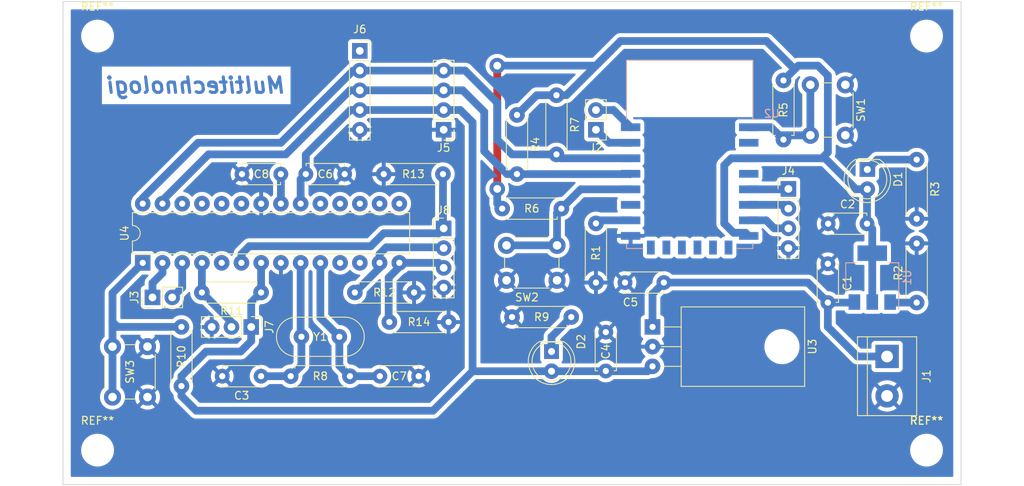
<source format=kicad_pcb>
(kicad_pcb (version 20211014) (generator pcbnew)
  (layers (0 "F.Cu" signal) (31 "B.Cu" signal) (34 "B.Paste" user) (35 "F.Paste" user) (36 "B.SilkS" user "B.Silkscreen") (37 "F.SilkS" user "F.Silkscreen") (38 "B.Mask" user) (39 "F.Mask" user) (44 "Edge.Cuts" user))
  (net 0 "")
  (net 1 "/GND")
  (net 2 "/12v")
  (net 3 "/Control Panel/3v3")
  (net 4 "Net-(C3-Pad1)")
  (net 5 "/5v")
  (net 6 "Net-(C7-Pad1)")
  (net 7 "Net-(C8-Pad1)")
  (net 8 "Net-(D1-Pad1)")
  (net 9 "Net-(D2-Pad1)")
  (net 10 "/RX_ESP")
  (net 11 "/TX_ESP")
  (net 12 "/RX_ATM")
  (net 13 "/TX_ATM")
  (net 14 "/UP")
  (net 15 "/DOWN")
  (net 16 "/SET")
  (net 17 "/SDA")
  (net 18 "/SCL")
  (net 19 "/OS")
  (net 20 "/DQ")
  (net 21 "/CH1")
  (net 22 "/CH2")
  (net 23 "/CH3")
  (net 24 "Net-(R1-Pad1)")
  (net 25 "Net-(R2-Pad1)")
  (net 26 "Net-(R5-Pad2)")
  (net 27 "Net-(R6-Pad2)")
  (net 49 "Net-(R10-Pad1)")
  (footprint "Capacitor_THT:C_Disc_D4.7mm_W2.5mm_P5.00mm" (layer "F.Cu") (at 144.145 64.255 -90)
    (fp_text reference "C1" (at 2.5 -2.5 90) (layer "F.SilkS"))
    (fp_text value "4.7uF")
    (pad "1" thru_hole circle (at 0 0 270) (size 1.9 1.9) (drill 0.8) (layers *.Cu "F.Mask") (net 1 "/GND"))
    (pad "2" thru_hole circle (at 5 0 270) (size 1.9 1.9) (drill 0.8) (layers *.Cu *.Mask) (net 2 "/12v"))
  )
  (footprint "Resistor_THT:R_Axial_DIN0207_L6.3mm_D2.5mm_P7.62mm_Horizontal" (layer "F.Cu") (at 103.505 71.12)
    (fp_text reference "R9" (at 3.81 0) (layer "F.SilkS"))
    (fp_text value "1k")
    (pad "1" thru_hole circle (at 0 0) (size 2 2) (drill 0.8) (layers *.Cu *.Mask) (net 1 "/GND"))
    (pad "2" thru_hole oval (at 7.62 0) (size 2 2) (drill 0.8) (layers *.Cu *.Mask) (net 9 "Net-(D2-Pad1)"))
  )
  (footprint "Resistor_THT:R_Axial_DIN0207_L6.3mm_D2.5mm_P7.62mm_Horizontal" (layer "F.Cu") (at 114.3 59.055 -90)
    (fp_text reference "R1" (at 3.81 0 90) (layer "F.SilkS"))
    (fp_text value "4,7k")
    (pad "1" thru_hole circle (at 0 0 270) (size 2 2) (drill 0.8) (layers *.Cu *.Mask) (net 24 "Net-(R1-Pad1)"))
    (pad "2" thru_hole oval (at 7.62 0 270) (size 2 2) (drill 0.8) (layers *.Cu *.Mask) (net 1 "/GND"))
  )
  (footprint "Package_DIP:DIP-28_W7.62mm" (layer "F.Cu") (at 55.98 64.135 90)
    (fp_text reference "U4" (at 3.81 -2.33 90) (layer "F.SilkS"))
    (fp_text value "ATmega328-P")
    (pad "1" thru_hole rect (at 0 0 90) (size 2 2) (drill 0.8) (layers *.Cu *.Mask) (net 49 "Net-(R10-Pad1)"))
    (pad "2" thru_hole oval (at 0 2.54 90) (size 2 2) (drill 0.8) (layers *.Cu *.Mask) (net 12 "/RX_ATM"))
    (pad "3" thru_hole oval (at 0 5.08 90) (size 2 2) (drill 0.8) (layers *.Cu *.Mask) (net 13 "/TX_ATM"))
    (pad "4" thru_hole oval (at 0 7.62 90) (size 2 2) (drill 0.8) (layers *.Cu *.Mask) (net 20 "/DQ"))
    (pad "5" thru_hole oval (at 0 10.16 90) (size 2 2) (drill 0.8) (layers *.Cu *.Mask))
    (pad "6" thru_hole oval (at 0 12.7 90) (size 2 2) (drill 0.8) (layers *.Cu *.Mask) (net 21 "/CH1"))
    (pad "7" thru_hole oval (at 0 15.24 90) (size 2 2) (drill 0.8) (layers *.Cu *.Mask) (net 5 "/5v"))
    (pad "8" thru_hole oval (at 0 17.78 90) (size 2 2) (drill 0.8) (layers *.Cu *.Mask) (net 1 "/GND"))
    (pad "9" thru_hole oval (at 0 20.32 90) (size 2 2) (drill 0.8) (layers *.Cu *.Mask) (net 4 "Net-(C3-Pad1)"))
    (pad "10" thru_hole oval (at 0 22.86 90) (size 2 2) (drill 0.8) (layers *.Cu *.Mask) (net 6 "Net-(C7-Pad1)"))
    (pad "11" thru_hole oval (at 0 25.4 90) (size 2 2) (drill 0.8) (layers *.Cu *.Mask))
    (pad "12" thru_hole oval (at 0 27.94 90) (size 2 2) (drill 0.8) (layers *.Cu *.Mask))
    (pad "13" thru_hole oval (at 0 30.48 90) (size 2 2) (drill 0.8) (layers *.Cu *.Mask) (net 22 "/CH2"))
    (pad "14" thru_hole oval (at 0 33.02 90) (size 2 2) (drill 0.8) (layers *.Cu *.Mask) (net 23 "/CH3"))
    (pad "15" thru_hole oval (at 7.62 33.02 90) (size 2 2) (drill 0.8) (layers *.Cu *.Mask))
    (pad "16" thru_hole oval (at 7.62 30.48 90) (size 2 2) (drill 0.8) (layers *.Cu *.Mask))
    (pad "17" thru_hole oval (at 7.62 27.94 90) (size 2 2) (drill 0.8) (layers *.Cu *.Mask))
    (pad "18" thru_hole oval (at 7.62 25.4 90) (size 2 2) (drill 0.8) (layers *.Cu *.Mask))
    (pad "19" thru_hole oval (at 7.62 22.86 90) (size 2 2) (drill 0.8) (layers *.Cu *.Mask))
    (pad "20" thru_hole oval (at 7.62 20.32 90) (size 2 2) (drill 0.8) (layers *.Cu *.Mask) (net 5 "/5v"))
    (pad "21" thru_hole oval (at 7.62 17.78 90) (size 2 2) (drill 0.8) (layers *.Cu *.Mask) (net 7 "Net-(C8-Pad1)"))
    (pad "22" thru_hole oval (at 7.62 15.24 90) (size 2 2) (drill 0.8) (layers *.Cu *.Mask) (net 1 "/GND"))
    (pad "23" thru_hole oval (at 7.62 12.7 90) (size 2 2) (drill 0.8) (layers *.Cu *.Mask))
    (pad "24" thru_hole oval (at 7.62 10.16 90) (size 2 2) (drill 0.8) (layers *.Cu *.Mask))
    (pad "25" thru_hole oval (at 7.62 7.62 90) (size 2 2) (drill 0.8) (layers *.Cu *.Mask))
    (pad "26" thru_hole oval (at 7.62 5.08 90) (size 2 2) (drill 0.8) (layers *.Cu *.Mask))
    (pad "27" thru_hole oval (at 7.62 2.54 90) (size 2 2) (drill 0.8) (layers *.Cu *.Mask) (net 17 "/SDA"))
    (pad "28" thru_hole oval (at 7.62 0 90) (size 2 2) (drill 0.8) (layers *.Cu *.Mask) (net 18 "/SCL"))
  )
  (footprint "Resistor_THT:R_Axial_DIN0207_L6.3mm_D2.5mm_P7.62mm_Horizontal" (layer "F.Cu") (at 71.21 67.955 180)
    (fp_text reference "R11" (at 3.81 -2.37) (layer "F.SilkS"))
    (fp_text value "4.7k")
    (pad "1" thru_hole circle (at 0 0 180) (size 2 2) (drill 0.8) (layers *.Cu *.Mask) (net 5 "/5v"))
    (pad "2" thru_hole oval (at 7.62 0 180) (size 2 2) (drill 0.8) (layers *.Cu *.Mask) (net 20 "/DQ"))
  )
  (footprint "Resistor_THT:R_Axial_DIN0207_L6.3mm_D2.5mm_P7.62mm_Horizontal" (layer "F.Cu") (at 138.43 40.64 -90)
    (fp_text reference "R5" (at 3.81 0 90) (layer "F.SilkS"))
    (fp_text value "4,7k")
    (pad "1" thru_hole circle (at 0 0 270) (size 2 2) (drill 0.8) (layers *.Cu *.Mask) (net 3 "/Control Panel/3v3"))
    (pad "2" thru_hole oval (at 7.62 0 270) (size 2 2) (drill 0.8) (layers *.Cu "F.Mask") (net 26 "Net-(R5-Pad2)"))
  )
  (footprint "Resistor_THT:R_Axial_DIN0207_L6.3mm_D2.5mm_P7.62mm_Horizontal" (layer "F.Cu") (at 102.235 57.15)
    (fp_text reference "R6" (at 3.81 0) (layer "F.SilkS"))
    (fp_text value "4,7k")
    (pad "1" thru_hole circle (at 0 0) (size 2 2) (drill 0.8) (layers *.Cu *.Mask) (net 3 "/Control Panel/3v3"))
    (pad "2" thru_hole oval (at 7.62 0) (size 2 2) (drill 0.8) (layers *.Cu *.Mask) (net 27 "Net-(R6-Pad2)"))
  )
  (footprint "MountingHole:MountingHole_3.2mm_M3_DIN965" (layer "F.Cu") (at 50.165 34.925)
    (fp_text reference "REF**" (at 0 -3.8) (layer "F.SilkS"))
    (fp_text value "MountingHole_3.2mm_M3_DIN965")
    (pad "" np_thru_hole circle (at 0 0) (size 3.2 3.2) (drill 3.2) (layers *.Cu *.Mask))
  )
  (footprint "Button_Switch_THT:SW_PUSH_6mm" (layer "F.Cu") (at 146.395 41.2 -90)
    (fp_text reference "SW1" (at 3.25 -2 90) (layer "F.SilkS"))
    (fp_text value "Reset ESP")
    (pad "1" thru_hole circle (at 6.5 0) (size 2.2 2.2) (drill 1.1) (layers *.Cu *.Mask) (net 1 "/GND"))
    (pad "1" thru_hole circle (at 0 0) (size 2.2 2.2) (drill 1.1) (layers *.Cu *.Mask) (net 1 "/GND"))
    (pad "2" thru_hole circle (at 6.5 4.5) (size 2.2 2.2) (drill 1.1) (layers *.Cu *.Mask) (net 26 "Net-(R5-Pad2)"))
    (pad "2" thru_hole circle (at 0 4.5) (size 2.2 2.2) (drill 1.1) (layers *.Cu *.Mask) (net 26 "Net-(R5-Pad2)"))
  )
  (footprint "Resistor_THT:R_Axial_DIN0207_L6.3mm_D2.5mm_P7.62mm_Horizontal" (layer "F.Cu") (at 60.96 72.39 -90)
    (fp_text reference "R10" (at 3.81 0 90) (layer "F.SilkS"))
    (fp_text value "4.7k")
    (pad "1" thru_hole circle (at 0 0 270) (size 2 2) (drill 0.8) (layers *.Cu *.Mask) (net 49 "Net-(R10-Pad1)"))
    (pad "2" thru_hole oval (at 7.62 0 270) (size 2 2) (drill 0.8) (layers *.Cu *.Mask) (net 5 "/5v"))
  )
  (footprint "Capacitor_THT:C_Disc_D4.7mm_W2.5mm_P5.00mm" (layer "F.Cu") (at 115.57 78.065 90)
    (fp_text reference "C4" (at 2.5 0 90) (layer "F.SilkS"))
    (fp_text value "0.1uF")
    (pad "1" thru_hole circle (at 0 0 90) (size 1.9 1.9) (drill 0.8) (layers *.Cu *.Mask) (net 5 "/5v"))
    (pad "2" thru_hole circle (at 5 0 90) (size 1.9 1.9) (drill 0.8) (layers *.Cu *.Mask) (net 1 "/GND"))
  )
  (footprint "TerminalBlock:TerminalBlock_bornier-2_P5.08mm" (layer "F.Cu") (at 151.765 76.2 -90)
    (fp_text reference "J1" (at 2.54 -5.08 90) (layer "F.SilkS"))
    (fp_text value "POWER")
    (pad "1" thru_hole rect (at 0 0 270) (size 3 3) (drill 1.52) (layers *.Cu *.Mask) (net 2 "/12v"))
    (pad "2" thru_hole circle (at 5.08 0 270) (size 3 3) (drill 1.52) (layers *.Cu *.Mask) (net 1 "/GND"))
  )
  (footprint "Resistor_THT:R_Axial_DIN0207_L6.3mm_D2.5mm_P7.62mm_Horizontal" (layer "F.Cu") (at 83.275 67.955)
    (fp_text reference "R12" (at 3.81 0) (layer "F.SilkS"))
    (fp_text value "4.7k")
    (pad "1" thru_hole circle (at 0 0) (size 2 2) (drill 0.8) (layers *.Cu *.Mask) (net 22 "/CH2"))
    (pad "2" thru_hole oval (at 7.62 0) (size 2 2) (drill 0.8) (layers *.Cu *.Mask) (net 1 "/GND"))
  )
  (footprint "Capacitor_THT:C_Disc_D4.7mm_W2.5mm_P5.00mm" (layer "F.Cu") (at 144.185 59.095)
    (fp_text reference "C2" (at 2.5 -2.5) (layer "F.SilkS"))
    (fp_text value "10uF")
    (pad "1" thru_hole circle (at 0 0) (size 1.9 1.9) (drill 0.8) (layers *.Cu *.Mask) (net 1 "/GND"))
    (pad "2" thru_hole circle (at 5 0) (size 1.9 1.9) (drill 0.8) (layers *.Cu *.Mask) (net 3 "/Control Panel/3v3"))
  )
  (footprint "LED_THT:LED_D5.0mm" (layer "F.Cu") (at 108.585 75.56 -90)
    (fp_text reference "D2" (at -1.265 -3.81 90) (layer "F.SilkS"))
    (fp_text value "LED")
    (pad "1" thru_hole rect (at 0 0 270) (size 1.9 1.9) (drill 0.9) (layers *.Cu *.Mask) (net 9 "Net-(D2-Pad1)"))
    (pad "2" thru_hole circle (at 2.54 0 270) (size 2 2) (drill 0.9) (layers *.Cu *.Mask) (net 5 "/5v"))
  )
  (footprint "Connector_PinHeader_2.54mm:PinHeader_1x03_P2.54mm_Vertical" (layer "F.Cu") (at 69.94 72.4 -90)
    (fp_text reference "J7" (at 0 -2.33 90) (layer "F.SilkS"))
    (fp_text value "Temp DS18B20")
    (pad "1" thru_hole rect (at 0 0 270) (size 2 2) (drill 1) (layers *.Cu *.Mask) (net 5 "/5v"))
    (pad "2" thru_hole oval (at 0 2.54 270) (size 2 2) (drill 1) (layers *.Cu *.Mask) (net 20 "/DQ"))
    (pad "3" thru_hole oval (at 0 5.08 270) (size 2 2) (drill 1) (layers *.Cu *.Mask) (net 1 "/GND"))
  )
  (footprint "Capacitor_THT:C_Disc_D4.7mm_W2.5mm_P5.00mm" (layer "F.Cu") (at 76.965 52.705)
    (fp_text reference "C6" (at 2.5 0) (layer "F.SilkS"))
    (fp_text value "100nf")
    (pad "1" thru_hole circle (at 0 0) (size 1.9 1.9) (drill 0.8) (layers *.Cu *.Mask) (net 5 "/5v"))
    (pad "2" thru_hole circle (at 5 0) (size 1.9 1.9) (drill 0.8) (layers *.Cu *.Mask) (net 1 "/GND"))
  )
  (footprint "Connector_PinHeader_2.54mm:PinHeader_1x02_P2.54mm_Vertical" (layer "F.Cu") (at 114.3 46.99 180)
    (fp_text reference "J2" (at 0 -2.33) (layer "F.SilkS"))
    (fp_text value "Serial ESP")
    (pad "1" thru_hole rect (at 0 0 180) (size 2 2) (drill 1) (layers *.Cu *.Mask) (net 10 "/RX_ESP"))
    (pad "2" thru_hole oval (at 0 2.54 180) (size 2 2) (drill 1) (layers *.Cu *.Mask) (net 11 "/TX_ESP"))
  )
  (footprint "Resistor_THT:R_Axial_DIN0207_L6.3mm_D2.5mm_P7.62mm_Horizontal" (layer "F.Cu") (at 155.575 50.84 -90)
    (fp_text reference "R3" (at 3.81 -2.37 90) (layer "F.SilkS"))
    (fp_text value "1k")
    (pad "1" thru_hole circle (at 0 0 270) (size 2 2) (drill 0.8) (layers *.Cu *.Mask) (net 8 "Net-(D1-Pad1)"))
    (pad "2" thru_hole oval (at 7.62 0 270) (size 2 2) (drill 0.8) (layers *.Cu *.Mask) (net 1 "/GND"))
  )
  (footprint "Resistor_THT:R_Axial_DIN0207_L6.3mm_D2.5mm_P7.62mm_Horizontal" (layer "F.Cu") (at 104.14 45.085 -90)
    (fp_text reference "R4" (at 3.81 -2.37 90) (layer "F.SilkS"))
    (fp_text value "4,7k")
    (pad "1" thru_hole circle (at 0 0 270) (size 2 2) (drill 0.8) (layers *.Cu *.Mask) (net 3 "/Control Panel/3v3"))
    (pad "2" thru_hole oval (at 7.62 0 270) (size 2 2) (drill 0.8) (layers *.Cu *.Mask) (net 17 "/SDA"))
  )
  (footprint "Button_Switch_THT:SW_PUSH_6mm" (layer "F.Cu") (at 56.59 74.93 -90)
    (fp_text reference "SW3" (at 3.25 2.25 90) (layer "F.SilkS"))
    (fp_text value "Reset ATMega")
    (pad "1" thru_hole circle (at 6.5 0) (size 2.2 2.2) (drill 1.1) (layers *.Cu *.Mask) (net 1 "/GND"))
    (pad "1" thru_hole circle (at 0 0) (size 2.2 2.2) (drill 1.1) (layers *.Cu *.Mask) (net 1 "/GND"))
    (pad "2" thru_hole circle (at 0 4.5) (size 2.2 2.2) (drill 1.1) (layers *.Cu *.Mask) (net 49 "Net-(R10-Pad1)"))
    (pad "2" thru_hole circle (at 6.5 4.5) (size 2.2 2.2) (drill 1.1) (layers *.Cu *.Mask) (net 49 "Net-(R10-Pad1)"))
  )
  (footprint "LED_THT:LED_D5.0mm" (layer "F.Cu") (at 149.225 52.11 -90)
    (fp_text reference "D1" (at 1.27 -3.96 90) (layer "F.SilkS"))
    (fp_text value "LED")
    (pad "1" thru_hole rect (at 0 0 270) (size 1.9 2) (drill 0.9) (layers *.Cu *.Mask) (net 8 "Net-(D1-Pad1)"))
    (pad "2" thru_hole circle (at 2.54 0 270) (size 2 2) (drill 0.9) (layers *.Cu *.Mask) (net 3 "/Control Panel/3v3"))
  )
  (footprint "Capacitor_THT:C_Disc_D4.7mm_W2.5mm_P5.00mm" (layer "F.Cu") (at 73.75 52.705 180)
    (fp_text reference "C8" (at 2.5 0) (layer "F.SilkS"))
    (fp_text value "100nf")
    (pad "1" thru_hole circle (at 0 0 180) (size 1.9 1.9) (drill 0.8) (layers *.Cu *.Mask) (net 7 "Net-(C8-Pad1)"))
    (pad "2" thru_hole circle (at 5 0 180) (size 1.9 1.9) (drill 0.8) (layers *.Cu *.Mask) (net 1 "/GND"))
  )
  (footprint "MountingHole:MountingHole_3.2mm_M3_DIN965" (layer "F.Cu") (at 156.845 88.265)
    (fp_text reference "REF**" (at 0 -3.8) (layer "F.SilkS"))
    (fp_text value "MountingHole_3.2mm_M3_DIN965")
    (pad "" np_thru_hole circle (at 0 0) (size 3.2 3.2) (drill 3.2) (layers F&B.Cu *.Mask))
  )
  (footprint "Connector_PinSocket_2.54mm:PinSocket_1x05_P2.54mm_Vertical" (layer "F.Cu") (at 83.91 36.83)
    (fp_text reference "J6" (at 0 -2.77) (layer "F.SilkS"))
    (fp_text value "RTC DS1307")
    (pad "1" thru_hole rect (at 0 0) (size 2 2) (drill 1) (layers *.Cu *.Mask) (net 19 "/OS"))
    (pad "2" thru_hole oval (at 0 2.54) (size 2 2) (drill 1) (layers *.Cu *.Mask) (net 18 "/SCL"))
    (pad "3" thru_hole oval (at 0 5.08) (size 2 2) (drill 1) (layers *.Cu *.Mask) (net 17 "/SDA"))
    (pad "4" thru_hole oval (at 0 7.62) (size 2 2) (drill 1) (layers *.Cu *.Mask) (net 5 "/5v"))
    (pad "5" thru_hole oval (at 0 10.16) (size 2 2) (drill 1) (layers *.Cu *.Mask) (net 1 "/GND"))
  )
  (footprint "Connector_PinHeader_2.54mm:PinHeader_1x04_P2.54mm_Vertical" (layer "F.Cu") (at 94.705 46.99 180)
    (fp_text reference "J5" (at 0 -2.33) (layer "F.SilkS"))
    (fp_text value "LCD I2C")
    (pad "1" thru_hole rect (at 0 0 180) (size 2 2) (drill 1) (layers *.Cu *.Mask) (net 1 "/GND"))
    (pad "2" thru_hole oval (at 0 2.54 180) (size 2 2) (drill 1) (layers *.Cu *.Mask) (net 5 "/5v"))
    (pad "3" thru_hole oval (at 0 5.08 180) (size 2 2) (drill 1) (layers *.Cu *.Mask) (net 17 "/SDA"))
    (pad "4" thru_hole oval (at 0 7.62 180) (size 2 2) (drill 1) (layers *.Cu *.Mask) (net 18 "/SCL"))
  )
  (footprint "MountingHole:MountingHole_3.2mm_M3_DIN965" (layer "F.Cu") (at 50.165 88.265)
    (fp_text reference "REF**" (at 0 -3.8) (layer "F.SilkS"))
    (fp_text value "MountingHole_3.2mm_M3_DIN965")
    (pad "" np_thru_hole circle (at 0 0) (size 3.2 3.2) (drill 3.2) (layers F&B.Cu *.Mask))
  )
  (footprint "Resistor_THT:R_Axial_DIN0207_L6.3mm_D2.5mm_P7.62mm_Horizontal" (layer "F.Cu") (at 75.02 78.74)
    (fp_text reference "R8" (at 3.81 0) (layer "F.SilkS"))
    (fp_text value "1M")
    (pad "1" thru_hole circle (at 0 0) (size 2 2) (drill 0.8) (layers *.Cu *.Mask) (net 4 "Net-(C3-Pad1)"))
    (pad "2" thru_hole oval (at 7.62 0) (size 2 2) (drill 0.8) (layers *.Cu *.Mask) (net 6 "Net-(C7-Pad1)"))
  )
  (footprint "Connector_PinHeader_2.54mm:PinHeader_1x02_P2.54mm_Vertical" (layer "F.Cu") (at 57.235 68.59 90)
    (fp_text reference "J3" (at 0 -2.33 90) (layer "F.SilkS"))
    (fp_text value "Serial ATMega")
    (pad "1" thru_hole rect (at 0 0 90) (size 2 2) (drill 1) (layers *.Cu *.Mask) (net 12 "/RX_ATM"))
    (pad "2" thru_hole oval (at 0 2.54 90) (size 2 2) (drill 1) (layers *.Cu *.Mask) (net 13 "/TX_ATM"))
  )
  (footprint "Capacitor_THT:C_Disc_D4.7mm_W2.5mm_P5.00mm" (layer "F.Cu") (at 123.04 66.675 180)
    (fp_text reference "C5" (at 4.295 -2.54) (layer "F.SilkS"))
    (fp_text value "0.22uF")
    (pad "1" thru_hole circle (at 0 0 180) (size 1.9 1.9) (drill 0.8) (layers *.Cu *.Mask) (net 2 "/12v"))
    (pad "2" thru_hole circle (at 5 0 180) (size 1.9 1.9) (drill 0.8) (layers *.Cu *.Mask) (net 1 "/GND"))
  )
  (footprint "Resistor_THT:R_Axial_DIN0207_L6.3mm_D2.5mm_P7.62mm_Horizontal" (layer "F.Cu") (at 94.615 52.705 180)
    (fp_text reference "R13" (at 3.81 0) (layer "F.SilkS"))
    (fp_text value "4.7k")
    (pad "1" thru_hole circle (at 0 0 180) (size 2 2) (drill 0.8) (layers *.Cu *.Mask) (net 21 "/CH1"))
    (pad "2" thru_hole oval (at 7.62 0 180) (size 2 2) (drill 0.8) (layers *.Cu *.Mask) (net 1 "/GND"))
  )
  (footprint "Crystal:Crystal_HC49-U_Vertical" (layer "F.Cu") (at 81.28 73.66 180)
    (fp_text reference "Y1" (at 2.45 0) (layer "F.SilkS"))
    (fp_text value "16MHz")
    (pad "1" thru_hole circle (at 0 0 180) (size 2 2) (drill 0.8) (layers *.Cu *.Mask) (net 6 "Net-(C7-Pad1)"))
    (pad "2" thru_hole circle (at 4.88 0 180) (size 2 2) (drill 0.8) (layers *.Cu *.Mask) (net 4 "Net-(C3-Pad1)"))
  )
  (footprint "Package_TO_SOT_THT:TO-220-3_Horizontal_TabDown" (layer "F.Cu") (at 121.58 72.39 -90)
    (fp_text reference "U3" (at 2.54 -20.58 90) (layer "F.SilkS"))
    (fp_text value "LM7805_TO220")
    (pad "" np_thru_hole oval (at 2.54 -16.66 270) (size 3.5 3.5) (drill 3.5) (layers *.Cu *.Mask))
    (pad "1" thru_hole rect (at 0 0 270) (size 2 2) (drill 0.8) (layers *.Cu *.Mask) (net 2 "/12v"))
    (pad "2" thru_hole oval (at 2.54 0 270) (size 2 2) (drill 0.8) (layers *.Cu *.Mask) (net 1 "/GND"))
    (pad "3" thru_hole oval (at 5.08 0 270) (size 2 2) (drill 0.8) (layers *.Cu *.Mask) (net 5 "/5v"))
  )
  (footprint "MountingHole:MountingHole_3.2mm_M3_DIN965" (layer "F.Cu") (at 156.845 34.925)
    (fp_text reference "REF**" (at 0 -3.8) (layer "F.SilkS"))
    (fp_text value "MountingHole_3.2mm_M3_DIN965")
    (pad "" np_thru_hole circle (at 0 0) (size 3.2 3.2) (drill 3.2) (layers F&B.Cu *.Mask))
  )
  (footprint "Connector_PinHeader_2.54mm:PinHeader_1x04_P2.54mm_Vertical" (layer "F.Cu") (at 139.065 54.61)
    (fp_text reference "J4" (at 0 -2.33) (layer "F.SilkS"))
    (fp_text value "Nav Pin")
    (pad "1" thru_hole rect (at 0 0) (size 2 2) (drill 1) (layers *.Cu *.Mask) (net 14 "/UP"))
    (pad "2" thru_hole oval (at 0 2.54) (size 2 2) (drill 1) (layers *.Cu *.Mask) (net 16 "/SET"))
    (pad "3" thru_hole oval (at 0 5.08) (size 2 2) (drill 1) (layers *.Cu *.Mask) (net 15 "/DOWN"))
    (pad "4" thru_hole oval (at 0 7.62) (size 2 2) (drill 1) (layers *.Cu *.Mask) (net 1 "/GND"))
  )
  (footprint "Connector_PinHeader_2.54mm:PinHeader_1x04_P2.54mm_Vertical" (layer "F.Cu") (at 94.705 59.7)
    (fp_text reference "J8" (at 0 -2.33) (layer "F.SilkS"))
    (fp_text value "Relay Module")
    (pad "1" thru_hole rect (at 0 0) (size 2 2) (drill 1) (layers *.Cu *.Mask) (net 21 "/CH1"))
    (pad "2" thru_hole oval (at 0 2.54) (size 2 2) (drill 1) (layers *.Cu *.Mask) (net 22 "/CH2"))
    (pad "3" thru_hole oval (at 0 5.08) (size 2 2) (drill 1) (layers *.Cu *.Mask) (net 23 "/CH3"))
    (pad "4" thru_hole oval (at 0 7.62) (size 2 2) (drill 1) (layers *.Cu *.Mask) (net 1 "/GND"))
  )
  (footprint "Capacitor_THT:C_Disc_D4.7mm_W2.5mm_P5.00mm" (layer "F.Cu") (at 86.49 78.74)
    (fp_text reference "C7" (at 2.5 0) (layer "F.SilkS"))
    (fp_text value "22pf")
    (pad "1" thru_hole circle (at 0 0) (size 1.9 1.9) (drill 0.8) (layers *.Cu *.Mask) (net 6 "Net-(C7-Pad1)"))
    (pad "2" thru_hole circle (at 5 0) (size 1.9 1.9) (drill 0.8) (layers *.Cu *.Mask) (net 1 "/GND"))
  )
  (footprint "Resistor_THT:R_Axial_DIN0207_L6.3mm_D2.5mm_P7.62mm_Horizontal" (layer "F.Cu") (at 109.22 42.545 -90)
    (fp_text reference "R7" (at 3.81 -2.37 90) (layer "F.SilkS"))
    (fp_text value "4.7k")
    (pad "1" thru_hole circle (at 0 0 270) (size 2 2) (drill 0.8) (layers *.Cu *.Mask) (net 3 "/Control Panel/3v3"))
    (pad "2" thru_hole oval (at 7.62 0 270) (size 2 2) (drill 0.8) (layers *.Cu *.Mask) (net 18 "/SCL"))
  )
  (footprint "MountingHole:MountingHole_3.2mm_M3_DIN965" (layer "F.Cu") (at 156.845 88.265)
    (fp_text reference "REF**" (at 0 -3.8) (layer "F.SilkS"))
    (fp_text value "MountingHole_3.2mm_M3_DIN965")
    (pad "" np_thru_hole circle (at 0 0) (size 3.2 3.2) (drill 3.2) (layers F&B.Cu *.Mask))
  )
  (footprint "Resistor_THT:R_Axial_DIN0207_L6.3mm_D2.5mm_P7.62mm_Horizontal" (layer "F.Cu") (at 87.72 71.765)
    (fp_text reference "R14" (at 3.81 0) (layer "F.SilkS"))
    (fp_text value "4.7k")
    (pad "1" thru_hole circle (at 0 0) (size 2 2) (drill 0.8) (layers *.Cu *.Mask) (net 23 "/CH3"))
    (pad "2" thru_hole oval (at 7.62 0) (size 2 2) (drill 0.8) (layers *.Cu *.Mask) (net 1 "/GND"))
  )
  (footprint "Button_Switch_THT:SW_PUSH_6mm" (layer "F.Cu") (at 109.295 66.385 180)
    (fp_text reference "SW2" (at 3.885 -2.195) (layer "F.SilkS"))
    (fp_text value "UART")
    (pad "1" thru_hole circle (at 6.5 0 270) (size 2.2 2.2) (drill 1.1) (layers *.Cu *.Mask) (net 1 "/GND"))
    (pad "1" thru_hole circle (at 0 0 270) (size 2.2 2.2) (drill 1.1) (layers *.Cu *.Mask) (net 1 "/GND"))
    (pad "2" thru_hole circle (at 6.5 4.5 270) (size 2.2 2.2) (drill 1.1) (layers *.Cu *.Mask) (net 27 "Net-(R6-Pad2)"))
    (pad "2" thru_hole circle (at 0 4.5 270) (size 2.2 2.2) (drill 1.1) (layers *.Cu *.Mask) (net 27 "Net-(R6-Pad2)"))
  )
  (footprint "Resistor_THT:R_Axial_DIN0207_L6.3mm_D2.5mm_P7.62mm_Horizontal" (layer "F.Cu") (at 155.575 69.255 90)
    (fp_text reference "R2" (at 3.81 -2.37 90) (layer "F.SilkS"))
    (fp_text value "200")
    (pad "1" thru_hole circle (at 0 0 90) (size 2 2) (drill 0.8) (layers *.Cu *.Mask) (net 25 "Net-(R2-Pad1)"))
    (pad "2" thru_hole oval (at 7.62 0 90) (size 2 2) (drill 0.8) (layers *.Cu *.Mask) (net 1 "/GND"))
  )
  (footprint "Capacitor_THT:C_Disc_D4.7mm_W2.5mm_P5.00mm" (layer "F.Cu") (at 71.21 78.74 180)
    (fp_text reference "C3" (at 2.5 -2.5) (layer "F.SilkS"))
    (fp_text value "22pf")
    (pad "1" thru_hole circle (at 0 0 180) (size 1.9 1.9) (drill 0.8) (layers *.Cu *.Mask) (net 4 "Net-(C3-Pad1)"))
    (pad "2" thru_hole circle (at 5 0 180) (size 1.9 1.9) (drill 0.8) (layers *.Cu *.Mask) (net 1 "/GND"))
  )
  (footprint "RF_Module:ESP-12E" (layer "B.Cu") (at 126.365 50.165 180)
    (fp_text reference "U2" (at -10.56 5.26) (layer "B.SilkS") (effects (justify mirror)))
    (fp_text value "ESP-12E")
    (pad "1" smd rect (at -7.6 3.5 180) (size 2.5 1) (layers "B.Cu" "B.Paste" "B.Mask") (net 26 "Net-(R5-Pad2)"))
    (pad "2" smd rect (at -7.6 1.5 180) (size 2.5 1) (layers "B.Cu" "B.Paste" "B.Mask"))
    (pad "3" smd rect (at -7.6 -0.5 180) (size 2.5 1) (layers "B.Cu" "B.Paste" "B.Mask") (net 3 "/Control Panel/3v3"))
    (pad "4" smd rect (at -7.6 -2.5 180) (size 2.5 1) (layers "B.Cu" "B.Paste" "B.Mask"))
    (pad "5" smd rect (at -7.6 -4.5 180) (size 2.5 1) (layers "B.Cu" "B.Paste" "B.Mask") (net 14 "/UP"))
    (pad "6" smd rect (at -7.6 -6.5 180) (size 2.5 1) (layers "B.Cu" "B.Paste" "B.Mask") (net 16 "/SET"))
    (pad "7" smd rect (at -7.6 -8.5 180) (size 2.5 1) (layers "B.Cu" "B.Paste" "B.Mask") (net 15 "/DOWN"))
    (pad "8" smd rect (at -7.6 -10.5 180) (size 2.5 1) (layers "B.Cu" "B.Paste" "B.Mask") (net 3 "/Control Panel/3v3"))
    (pad "9" smd rect (at -5 -12 180) (size 1 1.8) (layers "B.Cu" "B.Paste" "B.Mask"))
    (pad "10" smd rect (at -3 -12 180) (size 1 1.8) (layers "B.Cu" "B.Paste" "B.Mask"))
    (pad "11" smd rect (at -1 -12 180) (size 1 1.8) (layers "B.Cu" "B.Paste" "B.Mask"))
    (pad "12" smd rect (at 1 -12 180) (size 1 1.8) (layers "B.Cu" "B.Paste" "B.Mask"))
    (pad "13" smd rect (at 3 -12 180) (size 1 1.8) (layers "B.Cu" "B.Paste" "B.Mask"))
    (pad "14" smd rect (at 5 -12 180) (size 1 1.8) (layers "B.Cu" "B.Paste" "B.Mask"))
    (pad "15" smd rect (at 7.6 -10.5 180) (size 2.5 1) (layers "B.Cu" "B.Paste" "B.Mask") (net 1 "/GND"))
    (pad "16" smd rect (at 7.6 -8.5 180) (size 2.5 1) (layers "B.Cu" "B.Paste" "B.Mask") (net 24 "Net-(R1-Pad1)"))
    (pad "17" smd rect (at 7.6 -6.5 180) (size 2.5 1) (layers "B.Cu" "B.Paste" "B.Mask"))
    (pad "18" smd rect (at 7.6 -4.5 180) (size 2.5 1) (layers "B.Cu" "B.Paste" "B.Mask") (net 27 "Net-(R6-Pad2)"))
    (pad "19" smd rect (at 7.6 -2.5 180) (size 2.5 1) (layers "B.Cu" "B.Paste" "B.Mask") (net 17 "/SDA"))
    (pad "20" smd rect (at 7.6 -0.5 180) (size 2.5 1) (layers "B.Cu" "B.Paste" "B.Mask") (net 18 "/SCL"))
    (pad "21" smd rect (at 7.6 1.5 180) (size 2.5 1) (layers "B.Cu" "B.Paste" "B.Mask") (net 10 "/RX_ESP"))
    (pad "22" smd rect (at 7.6 3.5 180) (size 2.5 1) (layers "B.Cu" "B.Paste" "B.Mask") (net 11 "/TX_ESP"))
    (zone (net 0) (net_name "") (layers *.Cu) (connect_pads (clearance 0)) (min_thickness 0.254)
      (keepout (tracks not_allowed) (vias not_allowed) (pads not_allowed) (copperpour not_allowed) (footprints not_allowed))
      (fill (thermal_gap 0.508) (thermal_bridge_width 0.508))
      (polygon (pts (xy 134.485 45.365) (xy 118.245 45.365) (xy 118.245 38.045) (xy 134.485 38.045)))
    )
  )
  (footprint "Package_TO_SOT_SMD:SOT-223-3_TabPin2" (layer "B.Cu") (at 149.86 66.04 90)
    (fp_text reference "U1" (at 0 4.5 90) (layer "B.SilkS") (effects (justify mirror)))
    (fp_text value "AMS1117-3.3")
    (pad "1" smd rect (at -3.15 2.3 90) (size 2 1.5) (layers "B.Cu" "B.Paste" "B.Mask") (net 25 "Net-(R2-Pad1)"))
    (pad "2" smd rect (at 3.15 0 90) (size 2 3.8) (layers "B.Cu" "B.Paste" "B.Mask") (net 3 "/Control Panel/3v3"))
    (pad "2" smd rect (at -3.15 0 90) (size 2 1.5) (layers "B.Cu" "B.Paste" "B.Mask") (net 3 "/Control Panel/3v3"))
    (pad "3" smd rect (at -3.15 -2.3 90) (size 2 1.5) (layers "B.Cu" "B.Paste" "B.Mask") (net 2 "/12v"))
  )
  (gr_rect (start 45.72 92.71) (end 161.29 30.48) (layer "Edge.Cuts") (width 0.1) (fill none))
  (gr_text "Multitechnologi" (at 62.865 41.275) (layer "B.Cu") (effects (font (size 2 2) (thickness 0.4) italic) (justify mirror)))
  (segment (start 144.145 59.135) (end 144.185 59.095) (width 1) (layer "B.Cu") (net 1))
  (segment (start 123.04 66.675) (end 141.565 66.675) (width 1) (layer "B.Cu") (net 2))
  (segment (start 147.955 76.2) (end 151.765 76.2) (width 1) (layer "B.Cu") (net 2))
  (segment (start 147.535 69.255) (end 147.56 69.23) (width 1) (layer "B.Cu") (net 2))
  (segment (start 144.145 72.39) (end 147.955 76.2) (width 1) (layer "B.Cu") (net 2))
  (segment (start 144.145 69.255) (end 144.145 72.39) (width 1) (layer "B.Cu") (net 2))
  (segment (start 144.145 69.255) (end 147.535 69.255) (width 1) (layer "B.Cu") (net 2))
  (segment (start 121.58 68.135) (end 123.04 66.675) (width 1) (layer "B.Cu") (net 2))
  (segment (start 121.58 72.39) (end 121.58 68.135) (width 1) (layer "B.Cu") (net 2))
  (segment (start 141.565 66.675) (end 144.145 69.255) (width 1) (layer "B.Cu") (net 2))
  (segment (start 101.6 54.61) (end 101.6 38.735) (width 1) (layer "F.Cu") (net 3))
  (via (at 101.6 38.735) (size 2) (drill 1) (layers "F.Cu" "B.Cu") (net 3))
  (via (at 101.6 54.61) (size 2) (drill 1) (layers "F.Cu" "B.Cu") (net 3))
  (segment (start 133.965 50.665) (end 131.715 50.665) (width 1) (layer "B.Cu") (net 3))
  (segment (start 132.02 60.265) (end 133.565 60.265) (width 1) (layer "B.Cu") (net 3))
  (segment (start 130.81 59.055) (end 132.02 60.265) (width 1) (layer "B.Cu") (net 3))
  (segment (start 139.87 39.2) (end 138.43 40.64) (width 1) (layer "B.Cu") (net 3))
  (segment (start 114.3 38.735) (end 116.205 36.83) (width 1) (layer "B.Cu") (net 3))
  (segment (start 149.225 54.65) (end 147.765 54.65) (width 1) (layer "B.Cu") (net 3))
  (segment (start 116.205 36.83) (end 117.475 35.56) (width 1) (layer "B.Cu") (net 3))
  (segment (start 104.14 45.085) (end 106.68 42.545) (width 1) (layer "B.Cu") (net 3))
  (segment (start 106.68 42.545) (end 109.22 42.545) (width 1) (layer "B.Cu") (net 3))
  (segment (start 149.185 54.69) (end 149.225 54.65) (width 1) (layer "B.Cu") (net 3))
  (segment (start 136.23 35.56) (end 139.87 39.2) (width 1) (layer "B.Cu") (net 3))
  (segment (start 144.145 49.895) (end 143.375 50.665) (width 1) (layer "B.Cu") (net 3))
  (segment (start 139.87 39.2) (end 140.335 38.735) (width 1) (layer "B.Cu") (net 3))
  (segment (start 101.6 38.735) (end 114.3 38.735) (width 1) (layer "B.Cu") (net 3))
  (segment (start 101.6 56.515) (end 101.6 54.61) (width 1) (layer "B.Cu") (net 3))
  (segment (start 102.235 57.15) (end 101.6 56.515) (width 1) (layer "B.Cu") (net 3))
  (segment (start 109.22 42.545) (end 110.49 42.545) (width 1) (layer "B.Cu") (net 3))
  (segment (start 117.475 35.56) (end 136.23 35.56) (width 1) (layer "B.Cu") (net 3))
  (segment (start 130.81 51.57) (end 130.81 59.055) (width 1) (layer "B.Cu") (net 3))
  (segment (start 110.49 42.545) (end 116.205 36.83) (width 1) (layer "B.Cu") (net 3))
  (segment (start 143.375 50.665) (end 133.965 50.665) (width 1) (layer "B.Cu") (net 3))
  (segment (start 133.565 60.265) (end 133.965 60.665) (width 1) (layer "B.Cu") (net 3))
  (segment (start 142.8625 38.735) (end 144.145 40.0175) (width 1) (layer "B.Cu") (net 3))
  (segment (start 131.715 50.665) (end 130.81 51.57) (width 1) (layer "B.Cu") (net 3))
  (segment (start 147.765 54.65) (end 143.78 50.665) (width 1) (layer "B.Cu") (net 3))
  (segment (start 149.86 59.77) (end 149.185 59.095) (width 1) (layer "B.Cu") (net 3))
  (segment (start 149.86 69.19) (end 149.86 62.89) (width 1) (layer "B.Cu") (net 3))
  (segment (start 140.335 38.735) (end 142.8625 38.735) (width 1) (layer "B.Cu") (net 3))
  (segment (start 149.86 62.93) (end 149.86 59.77) (width 1) (layer "B.Cu") (net 3))
  (segment (start 143.78 50.665) (end 143.375 50.665) (width 1) (layer "B.Cu") (net 3))
  (segment (start 149.185 59.095) (end 149.185 54.69) (width 1) (layer "B.Cu") (net 3))
  (segment (start 144.145 40.0175) (end 144.145 49.895) (width 1) (layer "B.Cu") (net 3))
  (segment (start 75.02 78.74) (end 71.21 78.74) (width 1) (layer "B.Cu") (net 4))
  (segment (start 76.3 64.135) (end 76.3 73.56) (width 1) (layer "B.Cu") (net 4))
  (segment (start 76.4 77.36) (end 75.02 78.74) (width 1) (layer "B.Cu") (net 4))
  (segment (start 76.4 73.66) (end 76.4 77.36) (width 1) (layer "B.Cu") (net 4))
  (segment (start 76.3 73.56) (end 76.4 73.66) (width 1) (layer "B.Cu") (net 4))
  (segment (start 64.135 75.565) (end 68.58 75.565) (width 1) (layer "B.Cu") (net 5))
  (segment (start 60.96 81.28) (end 62.865 83.185) (width 1) (layer "B.Cu") (net 5))
  (segment (start 94.705 44.45) (end 96.8375 44.45) (width 1) (layer "B.Cu") (net 5))
  (segment (start 82.707919 44.45) (end 83.91 44.45) (width 1) (layer "B.Cu") (net 5))
  (segment (start 76.965 52.705) (end 76.965 50.192919) (width 1) (layer "B.Cu") (net 5))
  (segment (start 76.3 56.515) (end 76.3 53.37) (width 1) (layer "B.Cu") (net 5))
  (segment (start 96.8375 44.45) (end 98.425 46.0375) (width 1) (layer "B.Cu") (net 5))
  (segment (start 71.21 67.955) (end 71.21 64.145) (width 1) (layer "B.Cu") (net 5))
  (segment (start 98.425 78.105) (end 98.425 46.0375) (width 1) (layer "B.Cu") (net 5))
  (segment (start 69.94 74.205) (end 69.94 72.4) (width 1) (layer "B.Cu") (net 5))
  (segment (start 108.585 78.1) (end 120.95 78.1) (width 1) (layer "B.Cu") (net 5))
  (segment (start 108.585 78.1) (end 98.43 78.1) (width 1) (layer "B.Cu") (net 5))
  (segment (start 62.865 83.185) (end 93.345 83.185) (width 1) (layer "B.Cu") (net 5))
  (segment (start 94.705 44.45) (end 83.91 44.45) (width 1) (layer "B.Cu") (net 5))
  (segment (start 69.94 69.225) (end 71.21 67.955) (width 1) (layer "B.Cu") (net 5))
  (segment (start 76.3 53.37) (end 76.965 52.705) (width 1) (layer "B.Cu") (net 5))
  (segment (start 76.965 50.192919) (end 82.707919 44.45) (width 1) (layer "B.Cu") (net 5))
  (segment (start 69.94 72.4) (end 69.94 69.225) (width 1) (layer "B.Cu") (net 5))
  (segment (start 93.345 83.185) (end 98.43 78.1) (width 1) (layer "B.Cu") (net 5))
  (segment (start 60.96 80.01) (end 60.96 78.74) (width 1) (layer "B.Cu") (net 5))
  (segment (start 68.58 75.565) (end 69.94 74.205) (width 1) (layer "B.Cu") (net 5))
  (segment (start 121.54 77.43) (end 121.58 77.47) (width 1) (layer "B.Cu") (net 5))
  (segment (start 60.96 78.74) (end 64.135 75.565) (width 1) (layer "B.Cu") (net 5))
  (segment (start 120.95 78.1) (end 121.58 77.47) (width 1) (layer "B.Cu") (net 5))
  (segment (start 60.96 80.01) (end 60.96 81.28) (width 1) (layer "B.Cu") (net 5))
  (segment (start 71.21 64.145) (end 71.22 64.135) (width 1) (layer "B.Cu") (net 5))
  (segment (start 81.28 73.66) (end 81.28 77.38) (width 1) (layer "B.Cu") (net 6))
  (segment (start 81.28 77.38) (end 82.64 78.74) (width 1) (layer "B.Cu") (net 6))
  (segment (start 78.84 71.22) (end 81.28 73.66) (width 1) (layer "B.Cu") (net 6))
  (segment (start 82.64 78.74) (end 86.49 78.74) (width 1) (layer "B.Cu") (net 6))
  (segment (start 78.84 64.135) (end 78.84 71.22) (width 1) (layer "B.Cu") (net 6))
  (segment (start 73.76 52.715) (end 73.75 52.705) (width 1) (layer "B.Cu") (net 7))
  (segment (start 73.76 56.515) (end 73.76 52.715) (width 1) (layer "B.Cu") (net 7))
  (segment (start 149.225 52.11) (end 150.495 50.84) (width 1) (layer "B.Cu") (net 8))
  (segment (start 150.495 50.84) (end 155.575 50.84) (width 1) (layer "B.Cu") (net 8))
  (segment (start 108.585 73.66) (end 111.125 71.12) (width 1) (layer "B.Cu") (net 9))
  (segment (start 108.585 75.56) (end 108.585 73.66) (width 1) (layer "B.Cu") (net 9))
  (segment (start 118.765 48.665) (end 115.975 48.665) (width 1) (layer "B.Cu") (net 10))
  (segment (start 115.975 48.665) (end 114.3 46.99) (width 1) (layer "B.Cu") (net 10))
  (segment (start 116.55 44.45) (end 114.3 44.45) (width 1) (layer "B.Cu") (net 11))
  (segment (start 118.765 46.665) (end 116.55 44.45) (width 1) (layer "B.Cu") (net 11))
  (segment (start 57.235 68.59) (end 57.235 66.74) (width 1) (layer "B.Cu") (net 12))
  (segment (start 57.235 66.74) (end 58.52 65.455) (width 1) (layer "B.Cu") (net 12))
  (segment (start 58.52 65.455) (end 58.52 64.135) (width 1) (layer "B.Cu") (net 12))
  (segment (start 59.775 68.59) (end 61.06 67.305) (width 1) (layer "B.Cu") (net 13))
  (segment (start 61.06 67.305) (end 61.06 64.135) (width 1) (layer "B.Cu") (net 13))
  (segment (start 133.965 54.665) (end 139.01 54.665) (width 1) (layer "B.Cu") (net 14))
  (segment (start 139.01 54.665) (end 139.065 54.61) (width 1) (layer "B.Cu") (net 14))
  (segment (start 133.965 58.665) (end 136.215 58.665) (width 1) (layer "B.Cu") (net 15))
  (segment (start 136.215 58.665) (end 137.24 59.69) (width 1) (layer "B.Cu") (net 15))
  (segment (start 137.24 59.69) (end 139.065 59.69) (width 1) (layer "B.Cu") (net 15))
  (segment (start 133.965 56.665) (end 138.58 56.665) (width 1) (layer "B.Cu") (net 16))
  (segment (start 138.58 56.665) (end 139.065 57.15) (width 1) (layer "B.Cu") (net 16))
  (segment (start 104.14 52.705) (end 118.725 52.705) (width 1) (layer "B.Cu") (net 17))
  (segment (start 99.924501 49.759501) (end 102.87 52.705) (width 1) (layer "B.Cu") (net 17))
  (segment (start 118.725 52.705) (end 118.765 52.665) (width 1) (layer "B.Cu") (net 17))
  (segment (start 64.445029 50.165) (end 74.385 50.165) (width 1) (layer "B.Cu") (net 17))
  (segment (start 94.705 41.91) (end 83.91 41.91) (width 1) (layer "B.Cu") (net 17))
  (segment (start 94.705 41.91) (end 97.155 41.91) (width 1) (layer "B.Cu") (net 17))
  (segment (start 102.87 52.705) (end 104.14 52.705) (width 1) (layer "B.Cu") (net 17))
  (segment (start 99.924501 44.679501) (end 99.924501 49.759501) (width 1) (layer "B.Cu") (net 17))
  (segment (start 82.64 41.91) (end 83.91 41.91) (width 1) (layer "B.Cu") (net 17))
  (segment (start 97.155 41.91) (end 99.924501 44.679501) (width 1) (layer "B.Cu") (net 17))
  (segment (start 74.385 50.165) (end 82.64 41.91) (width 1) (layer "B.Cu") (net 17))
  (segment (start 58.52 56.515) (end 58.52 56.090029) (width 1) (layer "B.Cu") (net 17))
  (segment (start 58.52 56.090029) (end 64.445029 50.165) (width 1) (layer "B.Cu") (net 17))
  (segment (start 97.4725 39.37) (end 96.52 39.37) (width 1) (layer "B.Cu") (net 18))
  (segment (start 83.05868 39.37) (end 73.76368 48.665) (width 1) (layer "B.Cu") (net 18))
  (segment (start 109.72 50.665) (end 109.22 50.165) (width 1) (layer "B.Cu") (net 18))
  (segment (start 118.765 50.665) (end 109.72 50.665) (width 1) (layer "B.Cu") (net 18))
  (segment (start 96.9275 39.37) (end 94.705 39.37) (width 1) (layer "B.Cu") (net 18))
  (segment (start 63.095 48.665) (end 55.98 55.78) (width 1) (layer "B.Cu") (net 18))
  (segment (start 83.91 39.37) (end 83.05868 39.37) (width 1) (layer "B.Cu") (net 18))
  (segment (start 101.6 43.4975) (end 97.4725 39.37) (width 1) (layer "B.Cu") (net 18))
  (segment (start 55.98 55.78) (end 55.98 56.515) (width 1) (layer "B.Cu") (net 18))
  (segment (start 103.505 50.165) (end 101.6 48.26) (width 1) (layer "B.Cu") (net 18))
  (segment (start 101.6 48.26) (end 101.6 43.4975) (width 1) (layer "B.Cu") (net 18))
  (segment (start 94.705 39.37) (end 83.91 39.37) (width 1) (layer "B.Cu") (net 18))
  (segment (start 73.76368 48.665) (end 63.095 48.665) (width 1) (layer "B.Cu") (net 18))
  (segment (start 109.22 50.165) (end 103.505 50.165) (width 1) (layer "B.Cu") (net 18))
  (segment (start 67.4 71.765) (end 63.59 67.955) (width 1) (layer "B.Cu") (net 20))
  (segment (start 67.4 72.4) (end 67.4 71.765) (width 1) (layer "B.Cu") (net 20))
  (segment (start 63.59 67.955) (end 63.59 64.145) (width 1) (layer "B.Cu") (net 20))
  (segment (start 63.59 64.145) (end 63.6 64.135) (width 1) (layer "B.Cu") (net 20))
  (segment (start 86.995 60.325) (end 85.328185 61.991815) (width 1) (layer "B.Cu") (net 21))
  (segment (start 94.705 59.7) (end 94.08 60.325) (width 1) (layer "B.Cu") (net 21))
  (segment (start 85.328185 61.991815) (end 69.691815 61.991815) (width 1) (layer "B.Cu") (net 21))
  (segment (start 68.68 63.00363) (end 68.68 64.135) (width 1) (layer "B.Cu") (net 21))
  (segment (start 94.08 60.325) (end 86.995 60.325) (width 1) (layer "B.Cu") (net 21))
  (segment (start 69.691815 61.991815) (end 68.68 63.00363) (width 1) (layer "B.Cu") (net 21))
  (segment (start 94.615 59.61) (end 94.705 59.7) (width 1) (layer "B.Cu") (net 21))
  (segment (start 94.615 52.705) (end 94.615 59.61) (width 1) (layer "B.Cu") (net 21))
  (segment (start 94.6 62.135) (end 94.705 62.24) (width 1) (layer "B.Cu") (net 22))
  (segment (start 83.275 67.955) (end 86.46 64.77) (width 1) (layer "B.Cu") (net 22))
  (segment (start 86.46 64.77) (end 86.46 64.135) (width 1) (layer "B.Cu") (net 22))
  (segment (start 86.46 63.00363) (end 87.32863 62.135) (width 1) (layer "B.Cu") (net 22))
  (segment (start 86.46 64.135) (end 86.46 63.00363) (width 1) (layer "B.Cu") (net 22))
  (segment (start 87.32863 62.135) (end 94.6 62.135) (width 1) (layer "B.Cu") (net 22))
  (segment (start 87.72 71.765) (end 87.63 71.675) (width 1) (layer "B.Cu") (net 23))
  (segment (start 87.63 71.675) (end 87.63 66.04) (width 1) (layer "B.Cu") (net 23))
  (segment (start 89 64.67) (end 89 64.135) (width 1) (layer "B.Cu") (net 23))
  (segment (start 94.06 64.135) (end 89 64.135) (width 1) (layer "B.Cu") (net 23))
  (segment (start 94.705 64.78) (end 94.06 64.135) (width 1) (layer "B.Cu") (net 23))
  (segment (start 87.63 66.04) (end 89 64.67) (width 1) (layer "B.Cu") (net 23))
  (segment (start 118.765 58.665) (end 114.69 58.665) (width 1) (layer "B.Cu") (net 24))
  (segment (start 114.69 58.665) (end 114.3 59.055) (width 1) (layer "B.Cu") (net 24))
  (segment (start 155.575 69.255) (end 152.185 69.255) (width 1) (layer "B.Cu") (net 25))
  (segment (start 152.185 69.255) (end 152.16 69.23) (width 1) (layer "B.Cu") (net 25))
  (segment (start 137.87 47.7) (end 137.4775 47.3075) (width 1) (layer "B.Cu") (net 26))
  (segment (start 137.4775 47.3075) (end 138.43 48.26) (width 1) (layer "B.Cu") (net 26))
  (segment (start 141.895 47.7) (end 137.87 47.7) (width 1) (layer "B.Cu") (net 26))
  (segment (start 141.895 47.7) (end 138.99 47.7) (width 1) (layer "B.Cu") (net 26))
  (segment (start 133.965 46.665) (end 136.835 46.665) (width 1) (layer "B.Cu") (net 26))
  (segment (start 138.99 47.7) (end 138.43 48.26) (width 1) (layer "B.Cu") (net 26))
  (segment (start 136.835 46.665) (end 137.4775 47.3075) (width 1) (layer "B.Cu") (net 26))
  (segment (start 141.895 47.7) (end 141.895 41.2) (width 1) (layer "B.Cu") (net 26))
  (segment (start 102.795 61.885) (end 109.295 61.885) (width 1) (layer "B.Cu") (net 27))
  (segment (start 112.34 54.665) (end 118.765 54.665) (width 1) (layer "B.Cu") (net 27))
  (segment (start 109.855 57.15) (end 112.34 54.665) (width 1) (layer "B.Cu") (net 27))
  (segment (start 109.295 57.71) (end 109.855 57.15) (width 1) (layer "B.Cu") (net 27))
  (segment (start 109.295 61.885) (end 109.295 57.71) (width 1) (layer "B.Cu") (net 27))
  (segment (start 52.09 68.025) (end 52.09 71.735) (width 1) (layer "B.Cu") (net 49))
  (segment (start 52.745 72.39) (end 52.09 71.735) (width 1) (layer "B.Cu") (net 49))
  (segment (start 60.96 72.39) (end 52.745 72.39) (width 1) (layer "B.Cu") (net 49))
  (segment (start 52.09 71.735) (end 52.09 74.93) (width 1) (layer "B.Cu") (net 49))
  (segment (start 55.98 64.135) (end 52.09 68.025) (width 1) (layer "B.Cu") (net 49))
  (segment (start 52.09 74.93) (end 52.09 81.43) (width 1) (layer "B.Cu") (net 49))
  (zone (net 1) (net_name "/GND") (layer "B.Cu") (connect_pads (clearance 0.508)) (min_thickness 0.254) (fill yes (thermal_gap 0.508) (thermal_bridge_width 0.508))
    (polygon (pts (xy 161.29 92.71) (xy 45.72 92.71) (xy 45.72 30.48) (xy 161.29 30.48)))
  )
)
</source>
